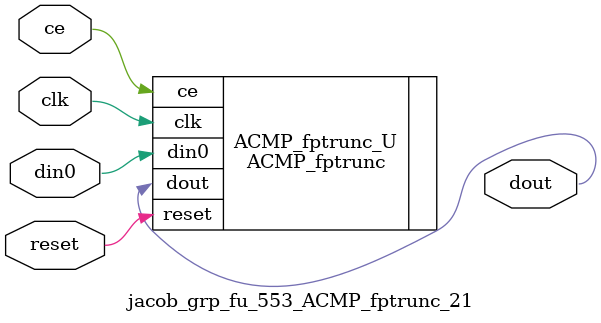
<source format=v>

`timescale 1 ns / 1 ps
module jacob_grp_fu_553_ACMP_fptrunc_21(
    clk,
    reset,
    ce,
    din0,
    dout);

parameter ID = 32'd1;
parameter NUM_STAGE = 32'd1;
parameter din0_WIDTH = 32'd1;
parameter dout_WIDTH = 32'd1;
input clk;
input reset;
input ce;
input[din0_WIDTH - 1:0] din0;
output[dout_WIDTH - 1:0] dout;



ACMP_fptrunc #(
.ID( ID ),
.NUM_STAGE( 2 ),
.din0_WIDTH( din0_WIDTH ),
.dout_WIDTH( dout_WIDTH ))
ACMP_fptrunc_U(
    .clk( clk ),
    .reset( reset ),
    .ce( ce ),
    .din0( din0 ),
    .dout( dout ));

endmodule

</source>
